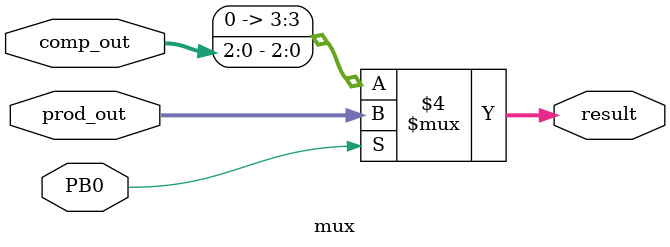
<source format=v>
module mux(
  input PB0,
  input [2:0] comp_out,
  input [3:0] prod_out,
  output reg [3:0]result
  );

  always @(*) begin
    if(PB0==1'b0) begin
	   result={1'b0, comp_out};
	   end
	
	else begin
	   result=prod_out;
        
	end
      end
	
endmodule
</source>
